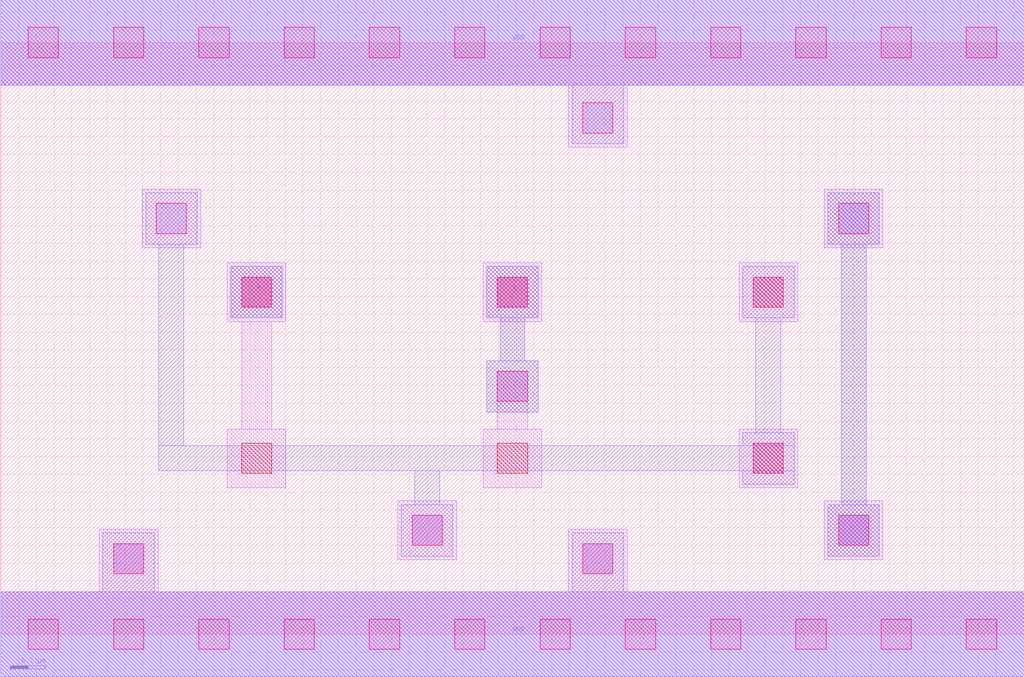
<source format=lef>
MACRO OR2X2
 CLASS CORE ;
 FOREIGN OR2X2 0 0 ;
 SIZE 5.76 BY 3.33 ;
 ORIGIN 0 0 ;
 SYMMETRY X Y R90 ;
 SITE unit ;
  PIN VDD
   DIRECTION INOUT ;
   USE POWER ;
   SHAPE ABUTMENT ;
    PORT
     CLASS CORE ;
       LAYER li1 ;
        RECT 0.00000000 3.09000000 5.76000000 3.57000000 ;
       LAYER met1 ;
        RECT 0.00000000 3.09000000 5.76000000 3.57000000 ;
    END
  END VDD

  PIN GND
   DIRECTION INOUT ;
   USE POWER ;
   SHAPE ABUTMENT ;
    PORT
     CLASS CORE ;
       LAYER li1 ;
        RECT 0.00000000 -0.24000000 5.76000000 0.24000000 ;
       LAYER met1 ;
        RECT 0.00000000 -0.24000000 5.76000000 0.24000000 ;
    END
  END GND

  PIN Y
   DIRECTION INOUT ;
   USE SIGNAL ;
   SHAPE ABUTMENT ;
    PORT
     CLASS CORE ;
       LAYER met1 ;
        RECT 4.65500000 0.44000000 4.94500000 0.73000000 ;
        RECT 4.73000000 0.73000000 4.87000000 2.19500000 ;
        RECT 4.65500000 2.19500000 4.94500000 2.48500000 ;
    END
  END Y

  PIN A
   DIRECTION INOUT ;
   USE SIGNAL ;
   SHAPE ABUTMENT ;
    PORT
     CLASS CORE ;
       LAYER met1 ;
        RECT 1.29500000 1.78000000 1.58500000 2.07000000 ;
    END
  END A

  PIN B
   DIRECTION INOUT ;
   USE SIGNAL ;
   SHAPE ABUTMENT ;
    PORT
     CLASS CORE ;
       LAYER met1 ;
        RECT 2.73500000 1.25000000 3.02500000 1.54000000 ;
        RECT 2.81000000 1.54000000 2.95000000 1.78000000 ;
        RECT 2.73500000 1.78000000 3.02500000 2.07000000 ;
    END
  END B

 OBS
    LAYER polycont ;
     RECT 1.35500000 0.90500000 1.52500000 1.07500000 ;
     RECT 2.79500000 0.90500000 2.96500000 1.07500000 ;
     RECT 4.23500000 0.90500000 4.40500000 1.07500000 ;
     RECT 1.35500000 1.84000000 1.52500000 2.01000000 ;
     RECT 2.79500000 1.84000000 2.96500000 2.01000000 ;
     RECT 4.23500000 1.84000000 4.40500000 2.01000000 ;

    LAYER pdiffc ;
     RECT 0.87500000 2.25500000 1.04500000 2.42500000 ;
     RECT 4.71500000 2.25500000 4.88500000 2.42500000 ;
     RECT 3.27500000 2.82000000 3.44500000 2.99000000 ;

    LAYER ndiffc ;
     RECT 0.63500000 0.34000000 0.80500000 0.51000000 ;
     RECT 3.27500000 0.34000000 3.44500000 0.51000000 ;
     RECT 2.31500000 0.50000000 2.48500000 0.67000000 ;
     RECT 4.71500000 0.50000000 4.88500000 0.67000000 ;

    LAYER li1 ;
     RECT 0.00000000 -0.24000000 5.76000000 0.24000000 ;
     RECT 0.55500000 0.24000000 0.88500000 0.59000000 ;
     RECT 3.19500000 0.24000000 3.52500000 0.59000000 ;
     RECT 2.23500000 0.42000000 2.56500000 0.75000000 ;
     RECT 4.63500000 0.42000000 4.96500000 0.75000000 ;
     RECT 4.15500000 0.82500000 4.48500000 1.15500000 ;
     RECT 2.71500000 0.82500000 3.04500000 1.15500000 ;
     RECT 2.79500000 1.15500000 2.96500000 1.48000000 ;
     RECT 1.27500000 0.82500000 1.60500000 1.15500000 ;
     RECT 1.35500000 1.15500000 1.52500000 1.76000000 ;
     RECT 1.27500000 1.76000000 1.60500000 2.09000000 ;
     RECT 2.71500000 1.76000000 3.04500000 2.09000000 ;
     RECT 4.15500000 1.76000000 4.48500000 2.09000000 ;
     RECT 0.79500000 2.17500000 1.12500000 2.50500000 ;
     RECT 4.63500000 2.17500000 4.96500000 2.50500000 ;
     RECT 3.19500000 2.74000000 3.52500000 3.09000000 ;
     RECT 0.00000000 3.09000000 5.76000000 3.57000000 ;

    LAYER viali ;
     RECT 0.15500000 -0.08500000 0.32500000 0.08500000 ;
     RECT 0.63500000 -0.08500000 0.80500000 0.08500000 ;
     RECT 1.11500000 -0.08500000 1.28500000 0.08500000 ;
     RECT 1.59500000 -0.08500000 1.76500000 0.08500000 ;
     RECT 2.07500000 -0.08500000 2.24500000 0.08500000 ;
     RECT 2.55500000 -0.08500000 2.72500000 0.08500000 ;
     RECT 3.03500000 -0.08500000 3.20500000 0.08500000 ;
     RECT 3.51500000 -0.08500000 3.68500000 0.08500000 ;
     RECT 3.99500000 -0.08500000 4.16500000 0.08500000 ;
     RECT 4.47500000 -0.08500000 4.64500000 0.08500000 ;
     RECT 4.95500000 -0.08500000 5.12500000 0.08500000 ;
     RECT 5.43500000 -0.08500000 5.60500000 0.08500000 ;
     RECT 0.63500000 0.34000000 0.80500000 0.51000000 ;
     RECT 3.27500000 0.34000000 3.44500000 0.51000000 ;
     RECT 2.31500000 0.50000000 2.48500000 0.67000000 ;
     RECT 4.71500000 0.50000000 4.88500000 0.67000000 ;
     RECT 4.23500000 0.90500000 4.40500000 1.07500000 ;
     RECT 2.79500000 1.31000000 2.96500000 1.48000000 ;
     RECT 1.35500000 1.84000000 1.52500000 2.01000000 ;
     RECT 2.79500000 1.84000000 2.96500000 2.01000000 ;
     RECT 4.23500000 1.84000000 4.40500000 2.01000000 ;
     RECT 0.87500000 2.25500000 1.04500000 2.42500000 ;
     RECT 4.71500000 2.25500000 4.88500000 2.42500000 ;
     RECT 3.27500000 2.82000000 3.44500000 2.99000000 ;
     RECT 0.15500000 3.24500000 0.32500000 3.41500000 ;
     RECT 0.63500000 3.24500000 0.80500000 3.41500000 ;
     RECT 1.11500000 3.24500000 1.28500000 3.41500000 ;
     RECT 1.59500000 3.24500000 1.76500000 3.41500000 ;
     RECT 2.07500000 3.24500000 2.24500000 3.41500000 ;
     RECT 2.55500000 3.24500000 2.72500000 3.41500000 ;
     RECT 3.03500000 3.24500000 3.20500000 3.41500000 ;
     RECT 3.51500000 3.24500000 3.68500000 3.41500000 ;
     RECT 3.99500000 3.24500000 4.16500000 3.41500000 ;
     RECT 4.47500000 3.24500000 4.64500000 3.41500000 ;
     RECT 4.95500000 3.24500000 5.12500000 3.41500000 ;
     RECT 5.43500000 3.24500000 5.60500000 3.41500000 ;

    LAYER met1 ;
     RECT 0.00000000 -0.24000000 5.76000000 0.24000000 ;
     RECT 0.57500000 0.24000000 0.86500000 0.57000000 ;
     RECT 3.21500000 0.24000000 3.50500000 0.57000000 ;
     RECT 1.29500000 1.78000000 1.58500000 2.07000000 ;
     RECT 2.73500000 1.25000000 3.02500000 1.54000000 ;
     RECT 2.81000000 1.54000000 2.95000000 1.78000000 ;
     RECT 2.73500000 1.78000000 3.02500000 2.07000000 ;
     RECT 2.25500000 0.44000000 2.54500000 0.73000000 ;
     RECT 2.33000000 0.73000000 2.47000000 0.92000000 ;
     RECT 4.17500000 0.84500000 4.46500000 0.92000000 ;
     RECT 0.89000000 0.92000000 4.46500000 1.06000000 ;
     RECT 4.17500000 1.06000000 4.46500000 1.13500000 ;
     RECT 4.25000000 1.13500000 4.39000000 1.78000000 ;
     RECT 4.17500000 1.78000000 4.46500000 2.07000000 ;
     RECT 0.89000000 1.06000000 1.03000000 2.19500000 ;
     RECT 0.81500000 2.19500000 1.10500000 2.48500000 ;
     RECT 4.65500000 0.44000000 4.94500000 0.73000000 ;
     RECT 4.73000000 0.73000000 4.87000000 2.19500000 ;
     RECT 4.65500000 2.19500000 4.94500000 2.48500000 ;
     RECT 3.21500000 2.76000000 3.50500000 3.09000000 ;
     RECT 0.00000000 3.09000000 5.76000000 3.57000000 ;

 END
END OR2X2

</source>
